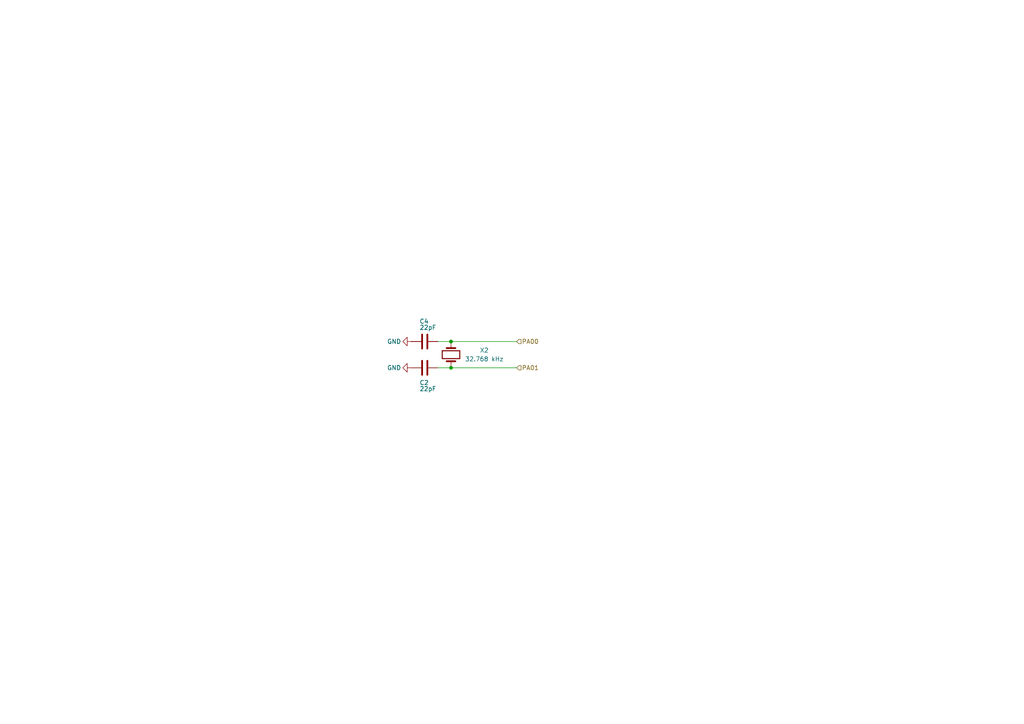
<source format=kicad_sch>
(kicad_sch (version 20231120) (generator "eeschema") (generator_version "8.0")
  (paper "A4")
  (title_block (title "MCU - Oscillator") (company "catbranchman") (comment 1 "Electrical Engineering Department") (comment 2 "EE 156 / Stanford University") (comment 3 "Flight Club, W6YX, Endurance"))
  (lib_symbols
    (symbol "Device:C" (pin_numbers hide) (pin_names (offset 0.254))
      (property "Reference" "C" (at 0.635 2.54 0))
      (property "Value" "C" (at 0.635 -2.54 0))
      (symbol "C_0_1"
        (polyline (pts (xy -2.032 -0.762) (xy 2.032 -0.762)) (stroke (width 0.508)))
        (polyline (pts (xy -2.032 0.762) (xy 2.032 0.762)) (stroke (width 0.508)))
      )
      (symbol "C_1_1"
        (pin passive line (at 0 3.81 270) (length 2.794) (name "~") (number "1"))
        (pin passive line (at 0 -3.81 90) (length 2.794) (name "~") (number "2"))
      )
    )
    (symbol "Device:Crystal" (pin_numbers hide) (pin_names (offset 1.016) hide)
      (property "Reference" "Y" (at 0 3.81 0))
      (property "Value" "Crystal" (at 0 -3.81 0))
      (symbol "Crystal_0_1"
        (rectangle (start -1.143 2.54) (end 1.143 -2.54) (stroke (width 0.3048)))
        (polyline (pts (xy -2.54 0) (xy -1.905 0)))
        (polyline (pts (xy -1.905 -1.27) (xy -1.905 1.27)) (stroke (width 0.508)))
        (polyline (pts (xy 1.905 -1.27) (xy 1.905 1.27)) (stroke (width 0.508)))
        (polyline (pts (xy 2.54 0) (xy 1.905 0)))
      )
      (symbol "Crystal_1_1"
        (pin passive line (at -3.81 0 0) (length 1.27) (name "1") (number "1"))
        (pin passive line (at 3.81 0 180) (length 1.27) (name "2") (number "2"))
      )
    )
    (symbol "power:GND" (power) (pin_numbers hide) (pin_names (offset 0) hide)
      (property "Value" "GND" (at 0 -3.81 0))
      (symbol "GND_0_1"
        (polyline (pts (xy 0 0) (xy 0 -1.27) (xy 1.27 -1.27) (xy 0 -2.54) (xy -1.27 -1.27) (xy 0 -1.27)))
      )
      (symbol "GND_1_1"
        (pin power_in line (at 0 0 270) (length 0) (name "~") (number "1"))
      )
    )
  )
  (junction (at 130.81 99.06))
  (junction (at 130.81 106.68))
  (wire (pts (xy 130.81 106.68) (xy 127 106.68)))
  (wire (pts (xy 130.81 99.06) (xy 149.86 99.06)))
  (wire (pts (xy 130.81 106.68) (xy 149.86 106.68)))
  (wire (pts (xy 127 99.06) (xy 130.81 99.06)))
  (hierarchical_label "PA00" (shape input) (at 149.86 99.06 0))
  (hierarchical_label "PA01" (shape input) (at 149.86 106.68 0))
  (symbol (lib_id "Device:Crystal") (at 130.81 102.87 270) (unit 1)
    (property "Reference" "X2" (at 140.462 101.6 90))
    (property "Value" "32.768 kHz" (at 140.462 104.14 90))
    (property "Footprint" "Crystal:Crystal_SMD_3215-2Pin_3.2x1.5mm" (effects (hide yes)))
    (property "Datasheet" "https://www.ndk.com/images/products/catalog/c_NX3215SE_e.pdf" (effects (hide yes)))
    (property "Description" "Two pin crystal" (effects (hide yes)))
    (property "Mfr" "NDK America, Inc." (effects (hide yes)))
    (property "Mfr P/N" "STDMUA17-32.768K" (effects (hide yes)))
    (property "Supplier_1" "Digikey" (effects (hide yes)))
    (property "Supplier_1 P/N" "644-STDMUA17-32.768KCT-ND" (effects (hide yes)))
    (property "Supplier_1 Unit Price" "1.02" (effects (hide yes)))
    (property "Supplier_1 Price @ Qty" "0.7610" (effects (hide yes)))
  )
  (symbol (lib_id "Device:C") (at 123.19 106.68 270) (unit 1)
    (property "Reference" "C2" (at 121.666 110.998 90) (effects (justify left)))
    (property "Value" "22pF" (at 121.666 112.776 90) (effects (justify left)))
    (property "Footprint" "Capacitor_SMD:C_0603_1608Metric" (effects (hide yes)))
    (property "Datasheet" "https://content.kemet.com/datasheets/KEM_C1003_COG_SMD.pdf" (effects (hide yes)))
    (property "Description" "22 pF 10% 16V Ceramic Capacitor COG, NPO 0603 (1608 Metric)" (effects (hide yes)))
    (property "Mfr" "KEMET" (effects (hide yes)))
    (property "Mfr P/N" "C0603C220K4GAC7867" (effects (hide yes)))
    (property "Supplier_1" "Digikey" (effects (hide yes)))
    (property "Supplier_1 P/N" "399-C0603C220K4GAC7867CT-ND" (effects (hide yes)))
    (property "Supplier_1 Unit Price" "0.10" (effects (hide yes)))
    (property "Supplier_1 Price @ Qty" "0.02630" (effects (hide yes)))
  )
  (symbol (lib_id "power:GND") (at 119.38 99.06 270) (unit 1)
    (property "Reference" "#PWR012" (effects (hide yes)))
    (property "Value" "GND" (at 114.3 99.06 90))
    (property "Description" "Power symbol creates a global label with name \"GND\" , ground" (effects (hide yes)))
  )
  (symbol (lib_id "Device:C") (at 123.19 99.06 270) (unit 1)
    (property "Reference" "C4" (at 121.666 93.218 90) (effects (justify left)))
    (property "Value" "22pF" (at 121.666 94.996 90) (effects (justify left)))
    (property "Footprint" "Capacitor_SMD:C_0603_1608Metric" (effects (hide yes)))
    (property "Datasheet" "https://content.kemet.com/datasheets/KEM_C1003_COG_SMD.pdf" (effects (hide yes)))
    (property "Description" "22 pF 10% 16V Ceramic Capacitor COG, NPO 0603 (1608 Metric)" (effects (hide yes)))
    (property "Mfr" "KEMET" (effects (hide yes)))
    (property "Mfr P/N" "C0603C220K4GAC7867" (effects (hide yes)))
    (property "Supplier_1" "Digikey" (effects (hide yes)))
    (property "Supplier_1 P/N" "399-C0603C220K4GAC7867CT-ND" (effects (hide yes)))
    (property "Supplier_1 Unit Price" "0.10" (effects (hide yes)))
    (property "Supplier_1 Price @ Qty" "0.02630" (effects (hide yes)))
  )
  (symbol (lib_id "power:GND") (at 119.38 106.68 270) (unit 1)
    (property "Reference" "#PWR013" (effects (hide yes)))
    (property "Value" "GND" (at 114.3 106.68 90))
    (property "Description" "Power symbol creates a global label with name \"GND\" , ground" (effects (hide yes)))
  )
)
</source>
